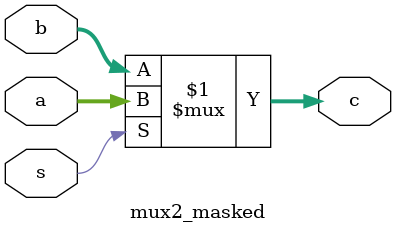
<source format=v>

module mux2_masked
#(parameter latency=1, parameter security_order=1, parameter pipeline=1)
(
  s, a, b, c
);
input wire s;
input wire [security_order:0] a;
input wire [security_order:0] b;
output wire [security_order:0] c;

assign c = s ? a : b;

endmodule


</source>
